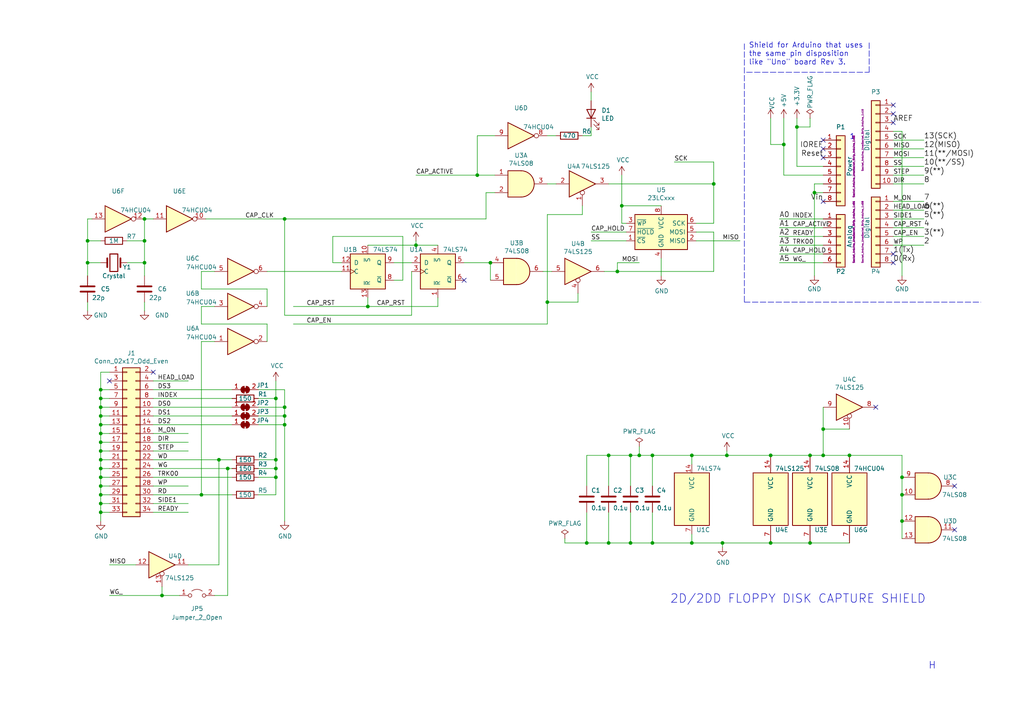
<source format=kicad_sch>
(kicad_sch (version 20211123) (generator eeschema)
  (paper "A4")
  (title_block (date "lun. 30 mars 2015"))
  (lib_symbols
    (symbol "74xx:74HC04"
      (property "Reference" "U" (at 0 1.27 0))
      (property "Value" "74HC04" (at 0 -1.27 0))
      (symbol "74HC04_1_0"
        (pin input line (at -7.62 0 0) (length 3.81) (name "~") (number "1"))
        (pin output inverted (at 7.62 0 180) (length 3.81) (name "~") (number "2"))
      )
      (symbol "74HC04_2_0"
        (pin input line (at -7.62 0 0) (length 3.81) (name "~") (number "3"))
        (pin output inverted (at 7.62 0 180) (length 3.81) (name "~") (number "4"))
      )
      (symbol "74HC04_3_0"
        (pin input line (at -7.62 0 0) (length 3.81) (name "~") (number "5"))
        (pin output inverted (at 7.62 0 180) (length 3.81) (name "~") (number "6"))
      )
      (symbol "74HC04_4_0"
        (pin output inverted (at 7.62 0 180) (length 3.81) (name "~") (number "8"))
        (pin input line (at -7.62 0 0) (length 3.81) (name "~") (number "9"))
      )
      (symbol "74HC04_5_0"
        (pin output inverted (at 7.62 0 180) (length 3.81) (name "~") (number "10"))
        (pin input line (at -7.62 0 0) (length 3.81) (name "~") (number "11"))
      )
      (symbol "74HC04_6_0"
        (pin output inverted (at 7.62 0 180) (length 3.81) (name "~") (number "12"))
        (pin input line (at -7.62 0 0) (length 3.81) (name "~") (number "13"))
      )
      (symbol "74HC04_7_0"
        (pin power_in line (at 0 12.7 270) (length 5.08) (name "VCC") (number "14"))
        (pin power_in line (at 0 -12.7 90) (length 5.08) (name "GND") (number "7"))
      )
    )
    (symbol "74xx:74LS08" (pin_names (offset 1.016))
      (property "Reference" "U" (at 0 1.27 0))
      (property "Value" "74LS08" (at 0 -1.27 0))
      (symbol "74LS08_1_1"
        (pin input line (at -7.62 2.54 0) (length 3.81) (name "~") (number "1"))
        (pin input line (at -7.62 -2.54 0) (length 3.81) (name "~") (number "2"))
        (pin output line (at 7.62 0 180) (length 3.81) (name "~") (number "3"))
      )
      (symbol "74LS08_1_2"
        (pin input inverted (at -7.62 2.54 0) (length 4.318) (name "~") (number "1"))
        (pin input inverted (at -7.62 -2.54 0) (length 4.318) (name "~") (number "2"))
        (pin output inverted (at 7.62 0 180) (length 3.81) (name "~") (number "3"))
      )
      (symbol "74LS08_2_1"
        (pin input line (at -7.62 2.54 0) (length 3.81) (name "~") (number "4"))
        (pin input line (at -7.62 -2.54 0) (length 3.81) (name "~") (number "5"))
        (pin output line (at 7.62 0 180) (length 3.81) (name "~") (number "6"))
      )
      (symbol "74LS08_2_2"
        (pin input inverted (at -7.62 2.54 0) (length 4.318) (name "~") (number "4"))
        (pin input inverted (at -7.62 -2.54 0) (length 4.318) (name "~") (number "5"))
        (pin output inverted (at 7.62 0 180) (length 3.81) (name "~") (number "6"))
      )
      (symbol "74LS08_3_1"
        (pin input line (at -7.62 -2.54 0) (length 3.81) (name "~") (number "10"))
        (pin output line (at 7.62 0 180) (length 3.81) (name "~") (number "8"))
        (pin input line (at -7.62 2.54 0) (length 3.81) (name "~") (number "9"))
      )
      (symbol "74LS08_3_2"
        (pin input inverted (at -7.62 -2.54 0) (length 4.318) (name "~") (number "10"))
        (pin output inverted (at 7.62 0 180) (length 3.81) (name "~") (number "8"))
        (pin input inverted (at -7.62 2.54 0) (length 4.318) (name "~") (number "9"))
      )
      (symbol "74LS08_4_1"
        (pin output line (at 7.62 0 180) (length 3.81) (name "~") (number "11"))
        (pin input line (at -7.62 2.54 0) (length 3.81) (name "~") (number "12"))
        (pin input line (at -7.62 -2.54 0) (length 3.81) (name "~") (number "13"))
      )
      (symbol "74LS08_4_2"
        (pin output inverted (at 7.62 0 180) (length 3.81) (name "~") (number "11"))
        (pin input inverted (at -7.62 2.54 0) (length 4.318) (name "~") (number "12"))
        (pin input inverted (at -7.62 -2.54 0) (length 4.318) (name "~") (number "13"))
      )
      (symbol "74LS08_5_0"
        (pin power_in line (at 0 12.7 270) (length 5.08) (name "VCC") (number "14"))
        (pin power_in line (at 0 -12.7 90) (length 5.08) (name "GND") (number "7"))
      )
    )
    (symbol "74xx:74LS125" (pin_names (offset 1.016))
      (property "Reference" "U" (at 0 1.27 0))
      (property "Value" "74LS125" (at 0 -1.27 0))
      (symbol "74LS125_1_0"
        (pin input inverted (at 0 -6.35 90) (length 4.445) (name "~") (number "1"))
        (pin input line (at -7.62 0 0) (length 3.81) (name "~") (number "2"))
        (pin tri_state line (at 7.62 0 180) (length 3.81) (name "~") (number "3"))
      )
      (symbol "74LS125_2_0"
        (pin input inverted (at 0 -6.35 90) (length 4.445) (name "~") (number "4"))
        (pin input line (at -7.62 0 0) (length 3.81) (name "~") (number "5"))
        (pin tri_state line (at 7.62 0 180) (length 3.81) (name "~") (number "6"))
      )
      (symbol "74LS125_3_0"
        (pin input inverted (at 0 -6.35 90) (length 4.445) (name "~") (number "10"))
        (pin tri_state line (at 7.62 0 180) (length 3.81) (name "~") (number "8"))
        (pin input line (at -7.62 0 0) (length 3.81) (name "~") (number "9"))
      )
      (symbol "74LS125_4_0"
        (pin tri_state line (at 7.62 0 180) (length 3.81) (name "~") (number "11"))
        (pin input line (at -7.62 0 0) (length 3.81) (name "~") (number "12"))
        (pin input inverted (at 0 -6.35 90) (length 4.445) (name "~") (number "13"))
      )
      (symbol "74LS125_5_0"
        (pin power_in line (at 0 12.7 270) (length 5.08) (name "VCC") (number "14"))
        (pin power_in line (at 0 -12.7 90) (length 5.08) (name "GND") (number "7"))
      )
    )
    (symbol "74xx:74LS74" (pin_names (offset 1.016))
      (property "Reference" "U" (at -7.62 8.89 0))
      (property "Value" "74LS74" (at -7.62 -8.89 0))
      (symbol "74LS74_1_0"
        (pin input line (at 0 -7.62 90) (length 2.54) (name "~{R}") (number "1"))
        (pin input line (at -7.62 2.54 0) (length 2.54) (name "D") (number "2"))
        (pin input clock (at -7.62 0 0) (length 2.54) (name "C") (number "3"))
        (pin input line (at 0 7.62 270) (length 2.54) (name "~{S}") (number "4"))
        (pin output line (at 7.62 2.54 180) (length 2.54) (name "Q") (number "5"))
        (pin output line (at 7.62 -2.54 180) (length 2.54) (name "~{Q}") (number "6"))
      )
      (symbol "74LS74_2_0"
        (pin input line (at 0 7.62 270) (length 2.54) (name "~{S}") (number "10"))
        (pin input clock (at -7.62 0 0) (length 2.54) (name "C") (number "11"))
        (pin input line (at -7.62 2.54 0) (length 2.54) (name "D") (number "12"))
        (pin input line (at 0 -7.62 90) (length 2.54) (name "~{R}") (number "13"))
        (pin output line (at 7.62 -2.54 180) (length 2.54) (name "~{Q}") (number "8"))
        (pin output line (at 7.62 2.54 180) (length 2.54) (name "Q") (number "9"))
      )
      (symbol "74LS74_3_0"
        (pin power_in line (at 0 10.16 270) (length 2.54) (name "VCC") (number "14"))
        (pin power_in line (at 0 -10.16 90) (length 2.54) (name "GND") (number "7"))
      )
    )
    (symbol "Connector_Generic:Conn_01x06" (pin_names (offset 1.016) hide)
      (property "Reference" "J" (at 0 7.62 0))
      (property "Value" "Conn_01x06" (at 0 -10.16 0))
      (symbol "Conn_01x06_1_1"
        (pin passive line (at -5.08 5.08 0) (length 3.81) (name "Pin_1") (number "1"))
        (pin passive line (at -5.08 2.54 0) (length 3.81) (name "Pin_2") (number "2"))
        (pin passive line (at -5.08 0 0) (length 3.81) (name "Pin_3") (number "3"))
        (pin passive line (at -5.08 -2.54 0) (length 3.81) (name "Pin_4") (number "4"))
        (pin passive line (at -5.08 -5.08 0) (length 3.81) (name "Pin_5") (number "5"))
        (pin passive line (at -5.08 -7.62 0) (length 3.81) (name "Pin_6") (number "6"))
      )
    )
    (symbol "Connector_Generic:Conn_01x08" (pin_names (offset 1.016) hide)
      (property "Reference" "J" (at 0 10.16 0))
      (property "Value" "Conn_01x08" (at 0 -12.7 0))
      (symbol "Conn_01x08_1_1"
        (pin passive line (at -5.08 7.62 0) (length 3.81) (name "Pin_1") (number "1"))
        (pin passive line (at -5.08 5.08 0) (length 3.81) (name "Pin_2") (number "2"))
        (pin passive line (at -5.08 2.54 0) (length 3.81) (name "Pin_3") (number "3"))
        (pin passive line (at -5.08 0 0) (length 3.81) (name "Pin_4") (number "4"))
        (pin passive line (at -5.08 -2.54 0) (length 3.81) (name "Pin_5") (number "5"))
        (pin passive line (at -5.08 -5.08 0) (length 3.81) (name "Pin_6") (number "6"))
        (pin passive line (at -5.08 -7.62 0) (length 3.81) (name "Pin_7") (number "7"))
        (pin passive line (at -5.08 -10.16 0) (length 3.81) (name "Pin_8") (number "8"))
      )
    )
    (symbol "Connector_Generic:Conn_01x10" (pin_names (offset 1.016) hide)
      (property "Reference" "J" (at 0 12.7 0))
      (property "Value" "Conn_01x10" (at 0 -15.24 0))
      (symbol "Conn_01x10_1_1"
        (pin passive line (at -5.08 10.16 0) (length 3.81) (name "Pin_1") (number "1"))
        (pin passive line (at -5.08 -12.7 0) (length 3.81) (name "Pin_10") (number "10"))
        (pin passive line (at -5.08 7.62 0) (length 3.81) (name "Pin_2") (number "2"))
        (pin passive line (at -5.08 5.08 0) (length 3.81) (name "Pin_3") (number "3"))
        (pin passive line (at -5.08 2.54 0) (length 3.81) (name "Pin_4") (number "4"))
        (pin passive line (at -5.08 0 0) (length 3.81) (name "Pin_5") (number "5"))
        (pin passive line (at -5.08 -2.54 0) (length 3.81) (name "Pin_6") (number "6"))
        (pin passive line (at -5.08 -5.08 0) (length 3.81) (name "Pin_7") (number "7"))
        (pin passive line (at -5.08 -7.62 0) (length 3.81) (name "Pin_8") (number "8"))
        (pin passive line (at -5.08 -10.16 0) (length 3.81) (name "Pin_9") (number "9"))
      )
    )
    (symbol "Connector_Generic:Conn_02x17_Odd_Even" (pin_names (offset 1.016) hide)
      (property "Reference" "J" (at 1.27 22.86 0))
      (property "Value" "Conn_02x17_Odd_Even" (at 1.27 -22.86 0))
      (symbol "Conn_02x17_Odd_Even_1_1"
        (pin passive line (at -5.08 20.32 0) (length 3.81) (name "Pin_1") (number "1"))
        (pin passive line (at 7.62 10.16 180) (length 3.81) (name "Pin_10") (number "10"))
        (pin passive line (at -5.08 7.62 0) (length 3.81) (name "Pin_11") (number "11"))
        (pin passive line (at 7.62 7.62 180) (length 3.81) (name "Pin_12") (number "12"))
        (pin passive line (at -5.08 5.08 0) (length 3.81) (name "Pin_13") (number "13"))
        (pin passive line (at 7.62 5.08 180) (length 3.81) (name "Pin_14") (number "14"))
        (pin passive line (at -5.08 2.54 0) (length 3.81) (name "Pin_15") (number "15"))
        (pin passive line (at 7.62 2.54 180) (length 3.81) (name "Pin_16") (number "16"))
        (pin passive line (at -5.08 0 0) (length 3.81) (name "Pin_17") (number "17"))
        (pin passive line (at 7.62 0 180) (length 3.81) (name "Pin_18") (number "18"))
        (pin passive line (at -5.08 -2.54 0) (length 3.81) (name "Pin_19") (number "19"))
        (pin passive line (at 7.62 20.32 180) (length 3.81) (name "Pin_2") (number "2"))
        (pin passive line (at 7.62 -2.54 180) (length 3.81) (name "Pin_20") (number "20"))
        (pin passive line (at -5.08 -5.08 0) (length 3.81) (name "Pin_21") (number "21"))
        (pin passive line (at 7.62 -5.08 180) (length 3.81) (name "Pin_22") (number "22"))
        (pin passive line (at -5.08 -7.62 0) (length 3.81) (name "Pin_23") (number "23"))
        (pin passive line (at 7.62 -7.62 180) (length 3.81) (name "Pin_24") (number "24"))
        (pin passive line (at -5.08 -10.16 0) (length 3.81) (name "Pin_25") (number "25"))
        (pin passive line (at 7.62 -10.16 180) (length 3.81) (name "Pin_26") (number "26"))
        (pin passive line (at -5.08 -12.7 0) (length 3.81) (name "Pin_27") (number "27"))
        (pin passive line (at 7.62 -12.7 180) (length 3.81) (name "Pin_28") (number "28"))
        (pin passive line (at -5.08 -15.24 0) (length 3.81) (name "Pin_29") (number "29"))
        (pin passive line (at -5.08 17.78 0) (length 3.81) (name "Pin_3") (number "3"))
        (pin passive line (at 7.62 -15.24 180) (length 3.81) (name "Pin_30") (number "30"))
        (pin passive line (at -5.08 -17.78 0) (length 3.81) (name "Pin_31") (number "31"))
        (pin passive line (at 7.62 -17.78 180) (length 3.81) (name "Pin_32") (number "32"))
        (pin passive line (at -5.08 -20.32 0) (length 3.81) (name "Pin_33") (number "33"))
        (pin passive line (at 7.62 -20.32 180) (length 3.81) (name "Pin_34") (number "34"))
        (pin passive line (at 7.62 17.78 180) (length 3.81) (name "Pin_4") (number "4"))
        (pin passive line (at -5.08 15.24 0) (length 3.81) (name "Pin_5") (number "5"))
        (pin passive line (at 7.62 15.24 180) (length 3.81) (name "Pin_6") (number "6"))
        (pin passive line (at -5.08 12.7 0) (length 3.81) (name "Pin_7") (number "7"))
        (pin passive line (at 7.62 12.7 180) (length 3.81) (name "Pin_8") (number "8"))
        (pin passive line (at -5.08 10.16 0) (length 3.81) (name "Pin_9") (number "9"))
      )
    )
    (symbol "Device:C" (pin_numbers hide) (pin_names (offset 0.254))
      (property "Reference" "C" (at 0.635 2.54 0))
      (property "Value" "C" (at 0.635 -2.54 0))
      (symbol "C_1_1"
        (pin passive line (at 0 3.81 270) (length 2.794) (name "~") (number "1"))
        (pin passive line (at 0 -3.81 90) (length 2.794) (name "~") (number "2"))
      )
    )
    (symbol "Device:Crystal" (pin_numbers hide) (pin_names (offset 1.016) hide)
      (property "Reference" "Y" (at 0 3.81 0))
      (property "Value" "Crystal" (at 0 -3.81 0))
      (symbol "Crystal_1_1"
        (pin passive line (at -3.81 0 0) (length 1.27) (name "1") (number "1"))
        (pin passive line (at 3.81 0 180) (length 1.27) (name "2") (number "2"))
      )
    )
    (symbol "Device:LED" (pin_numbers hide) (pin_names (offset 1.016) hide)
      (property "Reference" "D" (at 0 2.54 0))
      (property "Value" "LED" (at 0 -2.54 0))
      (symbol "LED_1_1"
        (pin passive line (at -3.81 0 0) (length 2.54) (name "K") (number "1"))
        (pin passive line (at 3.81 0 180) (length 2.54) (name "A") (number "2"))
      )
    )
    (symbol "Device:R" (pin_numbers hide) (pin_names (offset 0))
      (property "Reference" "R" (at 2.032 0 90))
      (property "Value" "R" (at 0 0 90))
      (symbol "R_1_1"
        (pin passive line (at 0 3.81 270) (length 1.27) (name "~") (number "1"))
        (pin passive line (at 0 -3.81 90) (length 1.27) (name "~") (number "2"))
      )
    )
    (symbol "Jumper:Jumper_2_Open" (pin_names (offset 0) hide)
      (property "Reference" "JP" (at 0 2.794 0))
      (property "Value" "Jumper_2_Open" (at 0 -2.286 0))
      (symbol "Jumper_2_Open_1_1"
        (pin passive line (at -5.08 0 0) (length 2.54) (name "A") (number "1"))
        (pin passive line (at 5.08 0 180) (length 2.54) (name "B") (number "2"))
      )
    )
    (symbol "Jumper:SolderJumper_2_Bridged" (pin_names (offset 0) hide)
      (property "Reference" "JP" (at 0 2.032 0))
      (property "Value" "SolderJumper_2_Bridged" (at 0 -2.54 0))
      (symbol "SolderJumper_2_Bridged_1_1"
        (pin passive line (at -3.81 0 0) (length 2.54) (name "A") (number "1"))
        (pin passive line (at 3.81 0 180) (length 2.54) (name "B") (number "2"))
      )
    )
    (symbol "fdshield:23LCxxx"
      (property "Reference" "U" (at -7.62 6.35 0))
      (property "Value" "23LCxxx" (at 2.54 -6.35 0))
      (symbol "23LCxxx_1_1"
        (pin input line (at -10.16 -2.54 0) (length 2.54) (name "~{CS}") (number "1"))
        (pin tri_state line (at 10.16 -2.54 180) (length 2.54) (name "MISO") (number "2"))
        (pin input line (at -10.16 2.54 0) (length 2.54) (name "~{WP}") (number "3"))
        (pin power_in line (at 0 -7.62 90) (length 2.54) (name "GND") (number "4"))
        (pin input line (at 10.16 0 180) (length 2.54) (name "MOSI") (number "5"))
        (pin input line (at 10.16 2.54 180) (length 2.54) (name "SCK") (number "6"))
        (pin input line (at -10.16 0 0) (length 2.54) (name "~{HOLD}") (number "7"))
        (pin power_in line (at 0 7.62 270) (length 2.54) (name "VCC") (number "8"))
      )
    )
    (symbol "power:+3.3V" (power) (pin_names (offset 0))
      (property "Value" "+3.3V" (at 0 3.556 0))
      (symbol "+3.3V_1_1"
        (pin power_in line (at 0 0 90) (length 0) hide (name "+3.3V") (number "1"))
      )
    )
    (symbol "power:+5V" (power) (pin_names (offset 0))
      (property "Value" "+5V" (at 0 3.556 0))
      (symbol "+5V_1_1"
        (pin power_in line (at 0 0 90) (length 0) hide (name "+5V") (number "1"))
      )
    )
    (symbol "power:GND" (power) (pin_names (offset 0))
      (property "Value" "GND" (at 0 -3.81 0))
      (symbol "GND_1_1"
        (pin power_in line (at 0 0 270) (length 0) hide (name "GND") (number "1"))
      )
    )
    (symbol "power:PWR_FLAG" (power) (pin_numbers hide) (pin_names (offset 0) hide)
      (property "Value" "PWR_FLAG" (at 0 3.81 0))
      (symbol "PWR_FLAG_0_0"
        (pin power_out line (at 0 0 90) (length 0) (name "pwr") (number "1"))
      )
    )
    (symbol "power:VCC" (power) (pin_names (offset 0))
      (property "Value" "VCC" (at 0 3.81 0))
      (symbol "VCC_1_1"
        (pin power_in line (at 0 0 90) (length 0) hide (name "VCC") (number "1"))
      )
    )
  )
  (junction (at 58.42 143.51))
  (junction (at 82.55 120.65))
  (junction (at 25.4 69.85))
  (junction (at 41.91 76.2))
  (junction (at 29.21 148.59))
  (junction (at 182.88 157.48))
  (junction (at 238.76 132.08))
  (junction (at 179.07 78.74))
  (junction (at 142.24 76.2))
  (junction (at 207.01 53.34))
  (junction (at 29.21 118.11))
  (junction (at 158.75 87.63))
  (junction (at 29.21 138.43))
  (junction (at 236.22 55.88))
  (junction (at 82.55 118.11))
  (junction (at 29.21 140.97))
  (junction (at 29.21 128.27))
  (junction (at 29.21 135.89))
  (junction (at 63.5 133.35))
  (junction (at 182.88 132.08))
  (junction (at 29.21 120.65))
  (junction (at 80.01 138.43))
  (junction (at 66.04 135.89))
  (junction (at 180.34 59.69))
  (junction (at 200.66 132.08))
  (junction (at 189.23 132.08))
  (junction (at 209.55 157.48))
  (junction (at 80.01 135.89))
  (junction (at 223.52 132.08))
  (junction (at 80.01 133.35))
  (junction (at 29.21 143.51))
  (junction (at 176.53 157.48))
  (junction (at 238.76 124.46))
  (junction (at 25.4 76.2))
  (junction (at 185.42 132.08))
  (junction (at 176.53 132.08))
  (junction (at 261.62 138.43))
  (junction (at 234.95 157.48))
  (junction (at 231.14 36.83))
  (junction (at 29.21 113.03))
  (junction (at 227.33 41.91))
  (junction (at 261.62 143.51))
  (junction (at 200.66 157.48))
  (junction (at 41.91 69.85))
  (junction (at 170.18 157.48))
  (junction (at 138.43 50.8))
  (junction (at 189.23 157.48))
  (junction (at 82.55 123.19))
  (junction (at 223.52 157.48))
  (junction (at 29.21 133.35))
  (junction (at 261.62 151.13))
  (junction (at 210.82 132.08))
  (junction (at 46.99 172.72))
  (junction (at 29.21 130.81))
  (junction (at 106.68 88.9))
  (junction (at 82.55 63.5))
  (junction (at 120.65 71.12))
  (junction (at 234.95 132.08))
  (junction (at 80.01 115.57))
  (junction (at 246.38 132.08))
  (junction (at 29.21 146.05))
  (junction (at 29.21 123.19))
  (junction (at 29.21 125.73))
  (junction (at 41.91 63.5))
  (junction (at 29.21 115.57))
  (no_connect (at 134.62 81.28))
  (no_connect (at 238.76 45.72))
  (no_connect (at 276.86 140.97))
  (no_connect (at 238.76 43.18))
  (no_connect (at 259.08 30.48))
  (no_connect (at 31.75 110.49))
  (no_connect (at 254 118.11))
  (no_connect (at 259.08 73.66))
  (no_connect (at 276.86 153.67))
  (no_connect (at 259.08 35.56))
  (no_connect (at 259.08 33.02))
  (no_connect (at 259.08 76.2))
  (no_connect (at 44.45 107.95))
  (no_connect (at 238.76 40.64))
  (no_connect (at 238.76 58.42))
  (wire (pts (xy 234.95 36.83) (xy 231.14 36.83)))
  (wire (pts (xy 58.42 93.98) (xy 58.42 88.9)))
  (wire (pts (xy 200.66 157.48) (xy 189.23 157.48)))
  (wire (pts (xy 44.45 146.05) (xy 54.61 146.05)))
  (wire (pts (xy 171.45 36.83) (xy 171.45 39.37)))
  (wire (pts (xy 191.77 59.69) (xy 180.34 59.69)))
  (wire (pts (xy 259.08 45.72) (xy 267.97 45.72)))
  (wire (pts (xy 41.91 76.2) (xy 41.91 80.01)))
  (wire (pts (xy 223.52 34.29) (xy 223.52 41.91)))
  (wire (pts (xy 259.08 66.04) (xy 267.97 66.04)))
  (wire (pts (xy 77.47 93.98) (xy 77.47 99.06)))
  (wire (pts (xy 82.55 120.65) (xy 82.55 123.19)))
  (wire (pts (xy 44.45 138.43) (xy 67.31 138.43)))
  (wire (pts (xy 29.21 140.97) (xy 29.21 143.51)))
  (wire (pts (xy 168.91 62.23) (xy 158.75 62.23)))
  (wire (pts (xy 29.21 120.65) (xy 31.75 120.65)))
  (wire (pts (xy 74.93 138.43) (xy 80.01 138.43)))
  (wire (pts (xy 223.52 41.91) (xy 227.33 41.91)))
  (wire (pts (xy 223.52 132.08) (xy 234.95 132.08)))
  (wire (pts (xy 80.01 110.49) (xy 80.01 115.57)))
  (wire (pts (xy 200.66 157.48) (xy 200.66 154.94)))
  (wire (pts (xy 201.93 64.77) (xy 207.01 64.77)))
  (wire (pts (xy 120.65 50.8) (xy 138.43 50.8)))
  (wire (pts (xy 210.82 132.08) (xy 223.52 132.08)))
  (wire (pts (xy 261.62 38.1) (xy 261.62 80.01)))
  (wire (pts (xy 85.09 88.9) (xy 106.68 88.9)))
  (wire (pts (xy 259.08 50.8) (xy 267.97 50.8)))
  (wire (pts (xy 106.68 86.36) (xy 106.68 88.9)))
  (wire (pts (xy 119.38 78.74) (xy 119.38 91.44)))
  (wire (pts (xy 29.21 135.89) (xy 31.75 135.89)))
  (wire (pts (xy 116.84 81.28) (xy 116.84 68.58)))
  (wire (pts (xy 259.08 43.18) (xy 267.97 43.18)))
  (wire (pts (xy 207.01 78.74) (xy 179.07 78.74)))
  (wire (pts (xy 170.18 132.08) (xy 176.53 132.08)))
  (wire (pts (xy 259.08 38.1) (xy 261.62 38.1)))
  (wire (pts (xy 59.69 63.5) (xy 82.55 63.5)))
  (wire (pts (xy 82.55 63.5) (xy 140.97 63.5)))
  (wire (pts (xy 238.76 76.2) (xy 226.06 76.2)))
  (wire (pts (xy 29.21 148.59) (xy 29.21 151.13)))
  (wire (pts (xy 261.62 156.21) (xy 261.62 151.13)))
  (wire (pts (xy 238.76 63.5) (xy 226.06 63.5)))
  (wire (pts (xy 54.61 163.83) (xy 63.5 163.83)))
  (wire (pts (xy 238.76 48.26) (xy 231.14 48.26)))
  (wire (pts (xy 106.68 71.12) (xy 120.65 71.12)))
  (wire (pts (xy 171.45 67.31) (xy 181.61 67.31)))
  (wire (pts (xy 44.45 140.97) (xy 54.61 140.97)))
  (wire (pts (xy 259.08 68.58) (xy 267.97 68.58)))
  (wire (pts (xy 238.76 73.66) (xy 226.06 73.66)))
  (wire (pts (xy 182.88 157.48) (xy 176.53 157.48)))
  (wire (pts (xy 120.65 71.12) (xy 127 71.12)))
  (wire (pts (xy 29.21 146.05) (xy 29.21 148.59)))
  (wire (pts (xy 234.95 157.48) (xy 223.52 157.48)))
  (wire (pts (xy 182.88 132.08) (xy 182.88 140.97)))
  (wire (pts (xy 138.43 39.37) (xy 143.51 39.37)))
  (wire (pts (xy 185.42 129.54) (xy 185.42 132.08)))
  (wire (pts (xy 80.01 115.57) (xy 80.01 133.35)))
  (wire (pts (xy 31.75 123.19) (xy 29.21 123.19)))
  (wire (pts (xy 189.23 148.59) (xy 189.23 157.48)))
  (wire (pts (xy 31.75 118.11) (xy 29.21 118.11)))
  (wire (pts (xy 210.82 130.81) (xy 210.82 132.08)))
  (wire (pts (xy 231.14 36.83) (xy 231.14 34.29)))
  (wire (pts (xy 29.21 107.95) (xy 29.21 113.03)))
  (wire (pts (xy 168.91 59.69) (xy 168.91 62.23)))
  (wire (pts (xy 238.76 50.8) (xy 227.33 50.8)))
  (wire (pts (xy 142.24 81.28) (xy 142.24 76.2)))
  (wire (pts (xy 207.01 53.34) (xy 207.01 46.99)))
  (wire (pts (xy 74.93 135.89) (xy 80.01 135.89)))
  (wire (pts (xy 82.55 91.44) (xy 119.38 91.44)))
  (wire (pts (xy 238.76 118.11) (xy 238.76 124.46)))
  (wire (pts (xy 58.42 143.51) (xy 44.45 143.51)))
  (wire (pts (xy 25.4 69.85) (xy 25.4 63.5)))
  (wire (pts (xy 227.33 41.91) (xy 227.33 34.29)))
  (wire (pts (xy 74.93 115.57) (xy 80.01 115.57)))
  (wire (pts (xy 77.47 78.74) (xy 99.06 78.74)))
  (wire (pts (xy 29.21 115.57) (xy 31.75 115.57)))
  (wire (pts (xy 96.52 68.58) (xy 96.52 76.2)))
  (wire (pts (xy 238.76 124.46) (xy 238.76 132.08)))
  (wire (pts (xy 58.42 143.51) (xy 67.31 143.51)))
  (wire (pts (xy 82.55 113.03) (xy 82.55 118.11)))
  (wire (pts (xy 44.45 118.11) (xy 67.31 118.11)))
  (wire (pts (xy 58.42 78.74) (xy 62.23 78.74)))
  (wire (pts (xy 259.08 53.34) (xy 267.97 53.34)))
  (wire (pts (xy 29.21 138.43) (xy 29.21 140.97)))
  (wire (pts (xy 158.75 87.63) (xy 158.75 93.98)))
  (wire (pts (xy 189.23 132.08) (xy 200.66 132.08)))
  (wire (pts (xy 63.5 163.83) (xy 63.5 133.35)))
  (wire (pts (xy 134.62 76.2) (xy 142.24 76.2)))
  (wire (pts (xy 77.47 83.82) (xy 58.42 83.82)))
  (wire (pts (xy 158.75 62.23) (xy 158.75 87.63)))
  (wire (pts (xy 29.21 130.81) (xy 29.21 133.35)))
  (wire (pts (xy 44.45 133.35) (xy 63.5 133.35)))
  (wire (pts (xy 179.07 78.74) (xy 175.26 78.74)))
  (wire (pts (xy 176.53 140.97) (xy 176.53 132.08)))
  (wire (pts (xy 29.21 120.65) (xy 29.21 123.19)))
  (wire (pts (xy 238.76 68.58) (xy 226.06 68.58)))
  (wire (pts (xy 170.18 132.08) (xy 170.18 140.97)))
  (wire (pts (xy 120.65 69.85) (xy 120.65 71.12)))
  (wire (pts (xy 185.42 132.08) (xy 189.23 132.08)))
  (wire (pts (xy 29.21 125.73) (xy 29.21 128.27)))
  (wire (pts (xy 41.91 90.17) (xy 41.91 87.63)))
  (wire (pts (xy 238.76 55.88) (xy 236.22 55.88)))
  (wire (pts (xy 261.62 132.08) (xy 261.62 138.43)))
  (wire (pts (xy 80.01 143.51) (xy 80.01 138.43)))
  (wire (pts (xy 234.95 132.08) (xy 238.76 132.08)))
  (polyline (pts (xy 216.535 20.955) (xy 252.095 20.955)))
  (wire (pts (xy 44.45 110.49) (xy 54.61 110.49)))
  (wire (pts (xy 114.3 76.2) (xy 119.38 76.2)))
  (polyline (pts (xy 215.9 87.63) (xy 284.48 87.63)))
  (wire (pts (xy 201.93 67.31) (xy 207.01 67.31)))
  (wire (pts (xy 46.99 170.18) (xy 46.99 172.72)))
  (wire (pts (xy 170.18 157.48) (xy 170.18 148.59)))
  (wire (pts (xy 31.75 128.27) (xy 29.21 128.27)))
  (wire (pts (xy 176.53 157.48) (xy 170.18 157.48)))
  (wire (pts (xy 44.45 120.65) (xy 67.31 120.65)))
  (wire (pts (xy 31.75 107.95) (xy 29.21 107.95)))
  (wire (pts (xy 29.21 143.51) (xy 29.21 146.05)))
  (wire (pts (xy 189.23 157.48) (xy 182.88 157.48)))
  (wire (pts (xy 44.45 123.19) (xy 67.31 123.19)))
  (wire (pts (xy 25.4 80.01) (xy 25.4 76.2)))
  (wire (pts (xy 25.4 76.2) (xy 25.4 69.85)))
  (wire (pts (xy 116.84 68.58) (xy 96.52 68.58)))
  (wire (pts (xy 31.75 133.35) (xy 29.21 133.35)))
  (wire (pts (xy 138.43 50.8) (xy 143.51 50.8)))
  (wire (pts (xy 231.14 48.26) (xy 231.14 36.83)))
  (wire (pts (xy 80.01 135.89) (xy 80.01 133.35)))
  (wire (pts (xy 238.76 53.34) (xy 236.22 53.34)))
  (wire (pts (xy 29.21 130.81) (xy 31.75 130.81)))
  (wire (pts (xy 161.29 39.37) (xy 158.75 39.37)))
  (wire (pts (xy 44.45 148.59) (xy 54.61 148.59)))
  (wire (pts (xy 259.08 48.26) (xy 267.97 48.26)))
  (wire (pts (xy 29.21 133.35) (xy 29.21 135.89)))
  (wire (pts (xy 29.21 76.2) (xy 25.4 76.2)))
  (wire (pts (xy 80.01 138.43) (xy 80.01 135.89)))
  (wire (pts (xy 209.55 158.75) (xy 209.55 157.48)))
  (wire (pts (xy 29.21 118.11) (xy 29.21 120.65)))
  (wire (pts (xy 44.45 128.27) (xy 54.61 128.27)))
  (wire (pts (xy 82.55 118.11) (xy 82.55 120.65)))
  (wire (pts (xy 259.08 71.12) (xy 267.97 71.12)))
  (wire (pts (xy 66.04 135.89) (xy 67.31 135.89)))
  (wire (pts (xy 176.53 148.59) (xy 176.53 157.48)))
  (wire (pts (xy 180.34 50.8) (xy 180.34 59.69)))
  (wire (pts (xy 66.04 135.89) (xy 44.45 135.89)))
  (wire (pts (xy 140.97 55.88) (xy 143.51 55.88)))
  (wire (pts (xy 171.45 39.37) (xy 168.91 39.37)))
  (wire (pts (xy 44.45 113.03) (xy 67.31 113.03)))
  (wire (pts (xy 31.75 172.72) (xy 46.99 172.72)))
  (wire (pts (xy 259.08 63.5) (xy 267.97 63.5)))
  (wire (pts (xy 29.21 115.57) (xy 29.21 118.11)))
  (wire (pts (xy 207.01 53.34) (xy 176.53 53.34)))
  (wire (pts (xy 44.45 115.57) (xy 67.31 115.57)))
  (wire (pts (xy 259.08 40.64) (xy 267.97 40.64)))
  (wire (pts (xy 74.93 113.03) (xy 82.55 113.03)))
  (wire (pts (xy 181.61 64.77) (xy 180.34 64.77)))
  (wire (pts (xy 63.5 133.35) (xy 67.31 133.35)))
  (wire (pts (xy 207.01 46.99) (xy 195.58 46.99)))
  (wire (pts (xy 189.23 140.97) (xy 189.23 132.08)))
  (wire (pts (xy 227.33 50.8) (xy 227.33 41.91)))
  (wire (pts (xy 182.88 148.59) (xy 182.88 157.48)))
  (wire (pts (xy 157.48 78.74) (xy 160.02 78.74)))
  (wire (pts (xy 163.83 157.48) (xy 170.18 157.48)))
  (wire (pts (xy 74.93 133.35) (xy 80.01 133.35)))
  (wire (pts (xy 167.64 87.63) (xy 158.75 87.63)))
  (wire (pts (xy 85.09 93.98) (xy 158.75 93.98)))
  (wire (pts (xy 209.55 157.48) (xy 223.52 157.48)))
  (wire (pts (xy 114.3 81.28) (xy 116.84 81.28)))
  (wire (pts (xy 234.95 34.29) (xy 234.95 36.83)))
  (wire (pts (xy 29.21 123.19) (xy 29.21 125.73)))
  (wire (pts (xy 171.45 26.67) (xy 171.45 29.21)))
  (wire (pts (xy 29.21 140.97) (xy 31.75 140.97)))
  (wire (pts (xy 171.45 69.85) (xy 181.61 69.85)))
  (wire (pts (xy 77.47 93.98) (xy 58.42 93.98)))
  (wire (pts (xy 74.93 120.65) (xy 82.55 120.65)))
  (wire (pts (xy 58.42 88.9) (xy 62.23 88.9)))
  (wire (pts (xy 74.93 123.19) (xy 82.55 123.19)))
  (wire (pts (xy 176.53 132.08) (xy 182.88 132.08)))
  (wire (pts (xy 41.91 69.85) (xy 41.91 76.2)))
  (wire (pts (xy 41.91 63.5) (xy 41.91 69.85)))
  (wire (pts (xy 163.83 156.21) (xy 163.83 157.48)))
  (wire (pts (xy 179.07 78.74) (xy 179.07 76.2)))
  (wire (pts (xy 179.07 76.2) (xy 185.42 76.2)))
  (wire (pts (xy 167.64 85.09) (xy 167.64 87.63)))
  (wire (pts (xy 29.21 125.73) (xy 31.75 125.73)))
  (wire (pts (xy 182.88 132.08) (xy 185.42 132.08)))
  (wire (pts (xy 246.38 132.08) (xy 261.62 132.08)))
  (wire (pts (xy 238.76 132.08) (xy 246.38 132.08)))
  (wire (pts (xy 41.91 63.5) (xy 44.45 63.5)))
  (wire (pts (xy 209.55 157.48) (xy 200.66 157.48)))
  (wire (pts (xy 207.01 64.77) (xy 207.01 53.34)))
  (wire (pts (xy 106.68 88.9) (xy 127 88.9)))
  (wire (pts (xy 82.55 63.5) (xy 82.55 91.44)))
  (wire (pts (xy 140.97 63.5) (xy 140.97 55.88)))
  (wire (pts (xy 138.43 50.8) (xy 138.43 39.37)))
  (wire (pts (xy 259.08 60.96) (xy 267.97 60.96)))
  (wire (pts (xy 200.66 132.08) (xy 210.82 132.08)))
  (wire (pts (xy 62.23 99.06) (xy 58.42 99.06)))
  (wire (pts (xy 191.77 74.93) (xy 191.77 80.01)))
  (wire (pts (xy 25.4 69.85) (xy 29.21 69.85)))
  (wire (pts (xy 201.93 69.85) (xy 214.63 69.85)))
  (wire (pts (xy 158.75 53.34) (xy 161.29 53.34)))
  (wire (pts (xy 41.91 69.85) (xy 36.83 69.85)))
  (wire (pts (xy 36.83 76.2) (xy 41.91 76.2)))
  (wire (pts (xy 29.21 135.89) (xy 29.21 138.43)))
  (wire (pts (xy 31.75 113.03) (xy 29.21 113.03)))
  (wire (pts (xy 236.22 53.34) (xy 236.22 55.88)))
  (wire (pts (xy 127 86.36) (xy 127 88.9)))
  (wire (pts (xy 238.76 66.04) (xy 226.06 66.04)))
  (wire (pts (xy 58.42 143.51) (xy 58.42 99.06)))
  (wire (pts (xy 200.66 132.08) (xy 200.66 134.62)))
  (wire (pts (xy 29.21 113.03) (xy 29.21 115.57)))
  (wire (pts (xy 259.08 58.42) (xy 267.97 58.42)))
  (wire (pts (xy 234.95 157.48) (xy 246.38 157.48)))
  (wire (pts (xy 25.4 87.63) (xy 25.4 90.17)))
  (polyline (pts (xy 252.095 20.955) (xy 252.095 12.065)))
  (wire (pts (xy 31.75 148.59) (xy 29.21 148.59)))
  (wire (pts (xy 261.62 138.43) (xy 261.62 143.51)))
  (wire (pts (xy 238.76 71.12) (xy 226.06 71.12)))
  (wire (pts (xy 31.75 138.43) (xy 29.21 138.43)))
  (wire (pts (xy 29.21 146.05) (xy 31.75 146.05)))
  (wire (pts (xy 31.75 143.51) (xy 29.21 143.51)))
  (wire (pts (xy 25.4 63.5) (xy 26.67 63.5)))
  (wire (pts (xy 96.52 76.2) (xy 99.06 76.2)))
  (wire (pts (xy 77.47 83.82) (xy 77.47 88.9)))
  (wire (pts (xy 74.93 143.51) (xy 80.01 143.51)))
  (wire (pts (xy 236.22 55.88) (xy 236.22 80.01)))
  (wire (pts (xy 180.34 59.69) (xy 180.34 64.77)))
  (wire (pts (xy 246.38 124.46) (xy 238.76 124.46)))
  (wire (pts (xy 44.45 130.81) (xy 54.61 130.81)))
  (wire (pts (xy 207.01 67.31) (xy 207.01 78.74)))
  (wire (pts (xy 82.55 123.19) (xy 82.55 151.13)))
  (wire (pts (xy 261.62 143.51) (xy 261.62 151.13)))
  (wire (pts (xy 74.93 118.11) (xy 82.55 118.11)))
  (wire (pts (xy 46.99 172.72) (xy 52.07 172.72)))
  (wire (pts (xy 58.42 83.82) (xy 58.42 78.74)))
  (polyline (pts (xy 215.9 12.7) (xy 215.9 87.63)))
  (wire (pts (xy 44.45 125.73) (xy 54.61 125.73)))
  (wire (pts (xy 29.21 128.27) (xy 29.21 130.81)))
  (wire (pts (xy 62.23 172.72) (xy 66.04 172.72)))
  (wire (pts (xy 66.04 172.72) (xy 66.04 135.89)))
  (wire (pts (xy 31.75 163.83) (xy 39.37 163.83)))
  (text "H" (at 269.24 194.31 0) (effects (font (size 2.0066 2.0066)) (justify left bottom)))
  (text "1" (at 246.38 40.64 0) (effects (font (size 1.524 1.524)) (justify left bottom)))
  (text "Shield for Arduino that uses\nthe same pin disposition\nlike \"Uno\" board Rev 3." (at 217.17 19.05 0) (effects (font (size 1.524 1.524)) (justify left bottom)))
  (text "2D/2DD FLOPPY DISK CAPTURE SHIELD" (at 194.31 175.26 0) (effects (font (size 2.4892 2.4892)) (justify left bottom)))
  (label "DIR" (at 45.72 128.27 0))
  (label "DS2" (at 45.72 123.19 0))
  (label "A3" (at 226.06 71.12 0) (effects (font (size 1.524 1.524))))
  (label "CAP_HOLD" (at 171.45 67.31 0))
  (label "A2" (at 226.06 68.58 0) (effects (font (size 1.524 1.524))))
  (label "WG" (at 45.72 135.89 0))
  (label "WP" (at 45.72 140.97 0))
  (label "MISO" (at 31.75 163.83 0))
  (label "STEP" (at 259.08 50.8 0))
  (label "10(**/SS)" (at 267.97 48.26 0) (effects (font (size 1.524 1.524))))
  (label "A4" (at 226.06 73.66 0) (effects (font (size 1.524 1.524))))
  (label "DS3" (at 45.72 113.03 0))
  (label "13(SCK)" (at 267.97 40.64 0) (effects (font (size 1.524 1.524))))
  (label "CAP_EN" (at 88.9 93.98 0))
  (label "HEAD_LOAD" (at 45.72 110.49 0))
  (label "INDEX" (at 229.87 63.5 0))
  (label "READY" (at 229.87 68.58 0))
  (label "12(MISO)" (at 267.97 43.18 0) (effects (font (size 1.524 1.524))))
  (label "CAP_EN" (at 259.08 68.58 0))
  (label "MISO" (at 209.55 69.85 0))
  (label "RD" (at 45.72 143.51 0))
  (label "TRK00" (at 45.72 138.43 0))
  (label "TRK00" (at 229.87 71.12 0))
  (label "SS" (at 171.45 69.85 0))
  (label "MOSI" (at 259.08 45.72 0))
  (label "CAP_HOLD" (at 229.87 73.66 0))
  (label "7" (at 267.97 58.42 0) (effects (font (size 1.524 1.524))))
  (label "A0" (at 226.06 63.5 0) (effects (font (size 1.524 1.524))))
  (label "CAP_RST" (at 88.9 88.9 0))
  (label "5(**)" (at 267.97 63.5 0) (effects (font (size 1.524 1.524))))
  (label "CAP_CLK" (at 71.12 63.5 0))
  (label "8" (at 267.97 53.34 0) (effects (font (size 1.524 1.524))))
  (label "Vin" (at 238.76 58.42 180) (effects (font (size 1.524 1.524))))
  (label "HEAD_LOAD" (at 259.08 60.96 0))
  (label "MOSI" (at 180.34 76.2 0))
  (label "CAP_ACTIVE" (at 120.65 50.8 0))
  (label "CAP_RST" (at 109.22 88.9 0))
  (label "SS" (at 259.08 48.26 0))
  (label "1(Tx)" (at 259.08 73.66 0) (effects (font (size 1.524 1.524))))
  (label "11(**/MOSI)" (at 267.97 45.72 0) (effects (font (size 1.524 1.524))))
  (label "CAP_RST" (at 259.08 66.04 0))
  (label "STEP" (at 45.72 130.81 0))
  (label "WD" (at 45.72 133.35 0))
  (label "Reset" (at 238.76 45.72 180) (effects (font (size 1.524 1.524))))
  (label "IOREF" (at 238.76 43.18 180) (effects (font (size 1.524 1.524))))
  (label "SIDE1" (at 45.72 146.05 0))
  (label "INDEX" (at 45.72 115.57 0))
  (label "DS0" (at 45.72 118.11 0))
  (label "9(**)" (at 267.97 50.8 0) (effects (font (size 1.524 1.524))))
  (label "3(**)" (at 267.97 68.58 0) (effects (font (size 1.524 1.524))))
  (label "CAP_ACTIVE" (at 229.87 66.04 0))
  (label "4" (at 267.97 66.04 0) (effects (font (size 1.524 1.524))))
  (label "WP" (at 259.08 71.12 0))
  (label "6(**)" (at 267.97 60.96 0) (effects (font (size 1.524 1.524))))
  (label "WG_" (at 31.75 172.72 0))
  (label "M_ON" (at 45.72 125.73 0))
  (label "A1" (at 226.06 66.04 0) (effects (font (size 1.524 1.524))))
  (label "MISO" (at 259.08 43.18 0))
  (label "DIR" (at 259.08 53.34 0))
  (label "DS1" (at 45.72 120.65 0))
  (label "WG_" (at 229.87 76.2 0))
  (label "2" (at 267.97 71.12 0) (effects (font (size 1.524 1.524))))
  (label "SIDE1" (at 259.08 63.5 0))
  (label "A5" (at 226.06 76.2 0) (effects (font (size 1.524 1.524))))
  (label "AREF" (at 259.08 35.56 0) (effects (font (size 1.524 1.524))))
  (label "READY" (at 45.72 148.59 0))
  (label "0(Rx)" (at 259.08 76.2 0) (effects (font (size 1.524 1.524))))
  (label "SCK" (at 259.08 40.64 0))
  (label "M_ON" (at 259.08 58.42 0))
  (label "SCK" (at 195.58 46.99 0))
  (symbol (lib_id "Connector_Generic:Conn_01x08") (at 243.84 48.26 0) (unit 1)
    (property "Reference" "P1" (at 243.84 36.83 0))
    (property "Value" "Power" (at 246.38 48.26 90))
    (property "Footprint" "Socket_Arduino_Uno:Socket_Strip_Arduino_1x08" (at 247.65 48.26 90) (effects (font (size 0.508 0.508))))
  )
  (symbol (lib_id "power:+3.3V") (at 231.14 34.29 0) (unit 1)
    (property "Reference" "#PWR01" (effects hide))
    (property "Value" "+3.3V" (at 231.14 27.94 90))
  )
  (symbol (lib_id "power:+5V") (at 227.33 34.29 0) (unit 1)
    (property "Reference" "#PWR02" (effects hide))
    (property "Value" "+5V" (at 227.33 29.21 90))
  )
  (symbol (lib_id "power:GND") (at 236.22 80.01 0) (unit 1)
    (property "Reference" "#PWR03" (effects hide))
    (property "Value" "GND" (at 236.22 83.82 0))
  )
  (symbol (lib_id "power:GND") (at 261.62 80.01 0) (unit 1)
    (property "Reference" "#PWR04" (effects hide))
    (property "Value" "GND" (at 261.62 83.82 0))
  )
  (symbol (lib_id "Connector_Generic:Conn_01x06") (at 243.84 68.58 0) (unit 1)
    (property "Reference" "P2" (at 243.84 78.74 0))
    (property "Value" "Analog" (at 246.38 68.58 90))
    (property "Footprint" "Socket_Arduino_Uno:Socket_Strip_Arduino_1x06" (at 247.65 67.31 90) (effects (font (size 0.508 0.508))))
  )
  (symbol (lib_id "Connector_Generic:Conn_01x08") (at 254 66.04 0) (mirror y) (unit 1)
    (property "Reference" "P4" (at 254 78.74 0))
    (property "Value" "Digital" (at 251.46 66.04 90))
    (property "Footprint" "Socket_Arduino_Uno:Socket_Strip_Arduino_1x08" (at 250.19 67.31 90) (effects (font (size 0.508 0.508))))
  )
  (symbol (lib_id "Connector_Generic:Conn_01x10") (at 254 40.64 0) (mirror y) (unit 1)
    (property "Reference" "P3" (at 254 26.67 0))
    (property "Value" "Digital" (at 251.46 40.64 90))
    (property "Footprint" "Socket_Arduino_Uno:Socket_Strip_Arduino_1x10" (at 250.19 40.64 90) (effects (font (size 0.508 0.508))))
  )
  (symbol (lib_id "fdshield:23LCxxx") (at 191.77 67.31 0) (unit 1)
    (property "Reference" "U5" (at 191.77 55.0926 0))
    (property "Value" "23LCxxx" (at 191.77 57.404 0))
    (property "Footprint" "Package_DIP:DIP-8_W7.62mm" (effects hide))
    (property "Datasheet" "http://ww1.microchip.com/downloads/en/DeviceDoc/20005155B.pdf" (effects hide))
  )
  (symbol (lib_id "74xx:74LS08") (at 151.13 53.34 0) (unit 1)
    (property "Reference" "U3" (at 151.13 45.085 0))
    (property "Value" "74LS08" (at 151.13 47.3964 0))
    (property "Footprint" "Package_DIP:DIP-14_W7.62mm" (effects hide))
    (property "Datasheet" "http://www.ti.com/lit/gpn/sn74LS08" (effects hide))
  )
  (symbol (lib_id "74xx:74LS08") (at 149.86 78.74 0) (unit 2)
    (property "Reference" "U3" (at 149.86 70.485 0))
    (property "Value" "74LS08" (at 149.86 72.7964 0))
    (property "Footprint" "Package_DIP:DIP-14_W7.62mm" (effects hide))
    (property "Datasheet" "http://www.ti.com/lit/gpn/sn74LS08" (effects hide))
  )
  (symbol (lib_id "74xx:74LS08") (at 269.24 140.97 0) (unit 3)
    (property "Reference" "U3" (at 275.59 138.43 0))
    (property "Value" "74LS08" (at 276.86 143.51 0))
    (property "Footprint" "Package_DIP:DIP-14_W7.62mm" (effects hide))
    (property "Datasheet" "http://www.ti.com/lit/gpn/sn74LS08" (effects hide))
  )
  (symbol (lib_id "74xx:74LS08") (at 269.24 153.67 0) (unit 4)
    (property "Reference" "U3" (at 275.59 151.13 0))
    (property "Value" "74LS08" (at 276.86 156.21 0))
    (property "Footprint" "Package_DIP:DIP-14_W7.62mm" (effects hide))
    (property "Datasheet" "http://www.ti.com/lit/gpn/sn74LS08" (effects hide))
  )
  (symbol (lib_id "74xx:74LS125") (at 168.91 53.34 0) (unit 1)
    (property "Reference" "U4" (at 166.37 48.26 0))
    (property "Value" "74LS125" (at 172.72 48.26 0))
    (property "Footprint" "Package_DIP:DIP-14_W7.62mm" (effects hide))
    (property "Datasheet" "http://www.ti.com/lit/gpn/sn74LS125" (effects hide))
  )
  (symbol (lib_id "74xx:74LS125") (at 167.64 78.74 0) (unit 2)
    (property "Reference" "U4" (at 167.64 70.6882 0))
    (property "Value" "74LS125" (at 167.64 72.9996 0))
    (property "Footprint" "Package_DIP:DIP-14_W7.62mm" (effects hide))
    (property "Datasheet" "http://www.ti.com/lit/gpn/sn74LS125" (effects hide))
  )
  (symbol (lib_id "74xx:74LS125") (at 246.38 118.11 0) (unit 3)
    (property "Reference" "U4" (at 246.38 110.0582 0))
    (property "Value" "74LS125" (at 246.38 112.3696 0))
    (property "Footprint" "Package_DIP:DIP-14_W7.62mm" (effects hide))
    (property "Datasheet" "http://www.ti.com/lit/gpn/sn74LS125" (effects hide))
  )
  (symbol (lib_id "74xx:74LS125") (at 46.99 163.83 0) (unit 4)
    (property "Reference" "U4" (at 50.8 161.29 0))
    (property "Value" "74LS125" (at 52.07 167.64 0))
    (property "Footprint" "Package_DIP:DIP-14_W7.62mm" (effects hide))
    (property "Datasheet" "http://www.ti.com/lit/gpn/sn74LS125" (effects hide))
  )
  (symbol (lib_id "74xx:74LS125") (at 223.52 144.78 0) (unit 5)
    (property "Reference" "U4" (at 224.79 153.67 0) (effects (justify left)))
    (property "Value" "74LS125" (at 224.79 135.89 0) (effects (justify left)))
    (property "Footprint" "Package_DIP:DIP-14_W7.62mm" (effects hide))
    (property "Datasheet" "http://www.ti.com/lit/gpn/sn74LS125" (effects hide))
  )
  (symbol (lib_id "74xx:74LS08") (at 234.95 144.78 0) (unit 5)
    (property "Reference" "U3" (at 236.22 153.67 0) (effects (justify left)))
    (property "Value" "74LS08" (at 236.22 135.89 0) (effects (justify left)))
    (property "Footprint" "Package_DIP:DIP-14_W7.62mm" (effects hide))
    (property "Datasheet" "http://www.ti.com/lit/gpn/sn74LS08" (effects hide))
  )
  (symbol (lib_id "74xx:74LS74") (at 200.66 144.78 0) (unit 3)
    (property "Reference" "U1" (at 201.93 153.67 0) (effects (justify left)))
    (property "Value" "74LS74" (at 201.93 135.89 0) (effects (justify left)))
    (property "Footprint" "Package_DIP:DIP-14_W7.62mm" (effects hide))
    (property "Datasheet" "74xx/74hc_hct74.pdf" (effects hide))
  )
  (symbol (lib_id "74xx:74LS74") (at 106.68 78.74 0) (unit 2)
    (property "Reference" "U1" (at 101.6 72.39 0))
    (property "Value" "74LS74" (at 111.76 72.39 0))
    (property "Footprint" "Package_DIP:DIP-14_W7.62mm" (effects hide))
    (property "Datasheet" "74xx/74hc_hct74.pdf" (effects hide))
  )
  (symbol (lib_id "Connector_Generic:Conn_02x17_Odd_Even") (at 36.83 128.27 0) (unit 1)
    (property "Reference" "J1" (at 38.1 102.4382 0))
    (property "Value" "Conn_02x17_Odd_Even" (at 38.1 104.7496 0))
    (property "Footprint" "Connector_PinHeader_2.54mm:PinHeader_2x17_P2.54mm_Vertical" (effects hide))
  )
  (symbol (lib_id "Device:R") (at 71.12 115.57 270) (unit 1)
    (property "Reference" "R1" (at 76.2 114.3 90))
    (property "Value" "150" (at 71.12 115.57 90))
    (property "Footprint" "Resistor_THT:R_Axial_DIN0204_L3.6mm_D1.6mm_P7.62mm_Horizontal" (effects hide))
  )
  (symbol (lib_id "power:GND") (at 82.55 151.13 0) (unit 1)
    (property "Reference" "#PWR0101" (effects hide))
    (property "Value" "GND" (at 82.677 155.5242 0))
  )
  (symbol (lib_id "power:VCC") (at 80.01 110.49 0) (unit 1)
    (property "Reference" "#PWR0102" (effects hide))
    (property "Value" "VCC" (at 80.391 106.0958 0))
  )
  (symbol (lib_id "Jumper:SolderJumper_2_Bridged") (at 71.12 118.11 0) (unit 1)
    (property "Reference" "JP2" (at 76.2 116.84 0))
    (property "Value" "SolderJumper_2_Bridged" (effects hide))
    (property "Footprint" "Jumper:SolderJumper-2_P1.3mm_Bridged_Pad1.0x1.5mm" (effects hide))
  )
  (symbol (lib_id "74xx:74LS74") (at 127 78.74 0) (unit 1)
    (property "Reference" "U1" (at 120.65 72.39 0))
    (property "Value" "74LS74" (at 132.08 72.39 0))
    (property "Footprint" "Package_DIP:DIP-14_W7.62mm" (effects hide))
    (property "Datasheet" "74xx/74hc_hct74.pdf" (effects hide))
  )
  (symbol (lib_id "power:GND") (at 29.21 151.13 0) (unit 1)
    (property "Reference" "#PWR0103" (effects hide))
    (property "Value" "GND" (at 29.337 155.5242 0))
  )
  (symbol (lib_id "74xx:74HC04") (at 69.85 99.06 0) (unit 1)
    (property "Reference" "U6" (at 55.88 95.25 0))
    (property "Value" "74HCU04" (at 58.42 97.79 0))
    (property "Footprint" "Package_DIP:DIP-14_W7.62mm" (effects hide))
    (property "Datasheet" "https://assets.nexperia.com/documents/data-sheet/74HC_HCT04.pdf" (effects hide))
  )
  (symbol (lib_id "74xx:74HC04") (at 69.85 88.9 0) (unit 2)
    (property "Reference" "U6" (at 55.88 85.09 0))
    (property "Value" "74HCU04" (at 58.42 87.63 0))
    (property "Footprint" "Package_DIP:DIP-14_W7.62mm" (effects hide))
    (property "Datasheet" "https://assets.nexperia.com/documents/data-sheet/74HC_HCT04.pdf" (effects hide))
  )
  (symbol (lib_id "74xx:74HC04") (at 69.85 78.74 0) (unit 3)
    (property "Reference" "U6" (at 55.88 74.93 0))
    (property "Value" "74HCU04" (at 58.42 77.47 0))
    (property "Footprint" "Package_DIP:DIP-14_W7.62mm" (effects hide))
    (property "Datasheet" "https://assets.nexperia.com/documents/data-sheet/74HC_HCT04.pdf" (effects hide))
  )
  (symbol (lib_id "74xx:74HC04") (at 151.13 39.37 0) (unit 4)
    (property "Reference" "U6" (at 151.13 31.3182 0))
    (property "Value" "74HCU04" (at 156.21 36.83 0))
    (property "Footprint" "Package_DIP:DIP-14_W7.62mm" (effects hide))
    (property "Datasheet" "https://assets.nexperia.com/documents/data-sheet/74HC_HCT04.pdf" (effects hide))
  )
  (symbol (lib_id "74xx:74HC04") (at 52.07 63.5 0) (unit 5)
    (property "Reference" "U6" (at 52.07 55.4482 0))
    (property "Value" "74HCU04" (at 57.15 60.96 0))
    (property "Footprint" "Package_DIP:DIP-14_W7.62mm" (effects hide))
    (property "Datasheet" "https://assets.nexperia.com/documents/data-sheet/74HC_HCT04.pdf" (effects hide))
  )
  (symbol (lib_id "74xx:74HC04") (at 34.29 63.5 0) (unit 6)
    (property "Reference" "U6" (at 34.29 55.4482 0))
    (property "Value" "74HCU04" (at 39.37 60.96 0))
    (property "Footprint" "Package_DIP:DIP-14_W7.62mm" (effects hide))
    (property "Datasheet" "https://assets.nexperia.com/documents/data-sheet/74HC_HCT04.pdf" (effects hide))
  )
  (symbol (lib_id "74xx:74HC04") (at 246.38 144.78 0) (unit 7)
    (property "Reference" "U6" (at 247.65 153.67 0) (effects (justify left)))
    (property "Value" "74HCU04" (at 247.65 135.89 0) (effects (justify left)))
    (property "Footprint" "Package_DIP:DIP-14_W7.62mm" (effects hide))
    (property "Datasheet" "https://assets.nexperia.com/documents/data-sheet/74HC_HCT04.pdf" (effects hide))
  )
  (symbol (lib_id "power:VCC") (at 120.65 69.85 0) (unit 1)
    (property "Reference" "#PWR0106" (effects hide))
    (property "Value" "VCC" (at 121.031 65.4558 0))
  )
  (symbol (lib_id "Device:R") (at 71.12 133.35 270) (unit 1)
    (property "Reference" "R2" (at 76.2 132.08 90))
    (property "Value" "150" (at 71.12 133.35 90))
    (property "Footprint" "Resistor_THT:R_Axial_DIN0204_L3.6mm_D1.6mm_P7.62mm_Horizontal" (effects hide))
  )
  (symbol (lib_id "Device:R") (at 71.12 135.89 270) (unit 1)
    (property "Reference" "R3" (at 76.2 134.62 90))
    (property "Value" "150" (at 71.12 135.89 90))
    (property "Footprint" "Resistor_THT:R_Axial_DIN0204_L3.6mm_D1.6mm_P7.62mm_Horizontal" (effects hide))
  )
  (symbol (lib_id "Device:R") (at 71.12 138.43 270) (unit 1)
    (property "Reference" "R4" (at 76.2 137.16 90))
    (property "Value" "150" (at 71.12 138.43 90))
    (property "Footprint" "Resistor_THT:R_Axial_DIN0204_L3.6mm_D1.6mm_P7.62mm_Horizontal" (effects hide))
  )
  (symbol (lib_id "Device:R") (at 71.12 143.51 270) (unit 1)
    (property "Reference" "R5" (at 76.2 142.24 90))
    (property "Value" "150" (at 71.12 143.51 90))
    (property "Footprint" "Resistor_THT:R_Axial_DIN0204_L3.6mm_D1.6mm_P7.62mm_Horizontal" (effects hide))
  )
  (symbol (lib_id "Device:LED") (at 171.45 33.02 90) (unit 1)
    (property "Reference" "D1" (at 174.4472 32.0294 90) (effects (justify right)))
    (property "Value" "LED" (at 174.4472 34.3408 90) (effects (justify right)))
    (property "Footprint" "LED_THT:LED_D3.0mm" (effects hide))
  )
  (symbol (lib_id "power:VCC") (at 171.45 26.67 0) (unit 1)
    (property "Reference" "#PWR0108" (effects hide))
    (property "Value" "VCC" (at 171.831 22.2758 0))
  )
  (symbol (lib_id "Device:R") (at 165.1 39.37 270) (unit 1)
    (property "Reference" "R6" (at 170.18 38.1 90))
    (property "Value" "470" (at 165.1 39.37 90))
    (property "Footprint" "Resistor_THT:R_Axial_DIN0204_L3.6mm_D1.6mm_P7.62mm_Horizontal" (effects hide))
  )
  (symbol (lib_id "Device:Crystal") (at 33.02 76.2 0) (unit 1)
    (property "Reference" "Y1" (at 36.83 77.47 0))
    (property "Value" "Crystal" (at 33.02 80.01 0))
    (property "Footprint" "Crystal:Crystal_HC49-U_Vertical" (effects hide))
  )
  (symbol (lib_id "Device:R") (at 33.02 69.85 270) (unit 1)
    (property "Reference" "R7" (at 38.1 68.58 90))
    (property "Value" "1M" (at 33.02 69.85 90))
    (property "Footprint" "Resistor_THT:R_Axial_DIN0204_L3.6mm_D1.6mm_P7.62mm_Horizontal" (effects hide))
  )
  (symbol (lib_id "Device:C") (at 25.4 83.82 0) (unit 1)
    (property "Reference" "C5" (at 29.21 83.82 0) (effects (justify left)))
    (property "Value" "22p" (at 26.67 86.36 0) (effects (justify left)))
    (property "Footprint" "Capacitor_THT:C_Disc_D3.0mm_W1.6mm_P2.50mm" (effects hide))
  )
  (symbol (lib_id "Device:C") (at 41.91 83.82 0) (unit 1)
    (property "Reference" "C6" (at 45.72 83.82 0) (effects (justify left)))
    (property "Value" "22p" (at 43.18 86.36 0) (effects (justify left)))
    (property "Footprint" "Capacitor_THT:C_Disc_D3.0mm_W1.6mm_P2.50mm" (effects hide))
  )
  (symbol (lib_id "power:GND") (at 25.4 90.17 0) (unit 1)
    (property "Reference" "#PWR05" (effects hide))
    (property "Value" "GND" (at 29.21 91.44 0))
  )
  (symbol (lib_id "power:GND") (at 41.91 90.17 0) (unit 1)
    (property "Reference" "#PWR06" (effects hide))
    (property "Value" "GND" (at 46.99 91.44 0))
  )
  (symbol (lib_id "power:VCC") (at 180.34 50.8 0) (unit 1)
    (property "Reference" "#PWR0109" (effects hide))
    (property "Value" "VCC" (at 180.721 46.4058 0))
  )
  (symbol (lib_id "power:GND") (at 191.77 80.01 0) (unit 1)
    (property "Reference" "#PWR0111" (effects hide))
    (property "Value" "GND" (at 191.897 84.4042 0))
  )
  (symbol (lib_id "Jumper:SolderJumper_2_Bridged") (at 71.12 113.03 0) (unit 1)
    (property "Reference" "JP1" (at 76.2 111.76 0))
    (property "Value" "SolderJumper_2_Bridged" (effects hide))
    (property "Footprint" "Jumper:SolderJumper-2_P1.3mm_Bridged_Pad1.0x1.5mm" (effects hide))
  )
  (symbol (lib_id "Jumper:SolderJumper_2_Bridged") (at 71.12 120.65 0) (unit 1)
    (property "Reference" "JP3" (at 76.2 119.38 0))
    (property "Value" "SolderJumper_2_Bridged" (effects hide))
    (property "Footprint" "Jumper:SolderJumper-2_P1.3mm_Bridged_Pad1.0x1.5mm" (effects hide))
  )
  (symbol (lib_id "Jumper:SolderJumper_2_Bridged") (at 71.12 123.19 0) (unit 1)
    (property "Reference" "JP4" (at 76.2 121.92 0))
    (property "Value" "SolderJumper_2_Bridged" (effects hide))
    (property "Footprint" "Jumper:SolderJumper-2_P1.3mm_Bridged_Pad1.0x1.5mm" (effects hide))
  )
  (symbol (lib_id "Device:C") (at 170.18 144.78 0) (unit 1)
    (property "Reference" "C1" (at 171.45 142.24 0) (effects (justify left)))
    (property "Value" "0.1u" (at 171.45 147.32 0) (effects (justify left)))
    (property "Footprint" "Capacitor_THT:C_Disc_D5.0mm_W2.5mm_P5.00mm" (effects hide))
  )
  (symbol (lib_id "Device:C") (at 176.53 144.78 0) (unit 1)
    (property "Reference" "C2" (at 177.8 142.24 0) (effects (justify left)))
    (property "Value" "0.1u" (at 177.8 147.32 0) (effects (justify left)))
    (property "Footprint" "Capacitor_THT:C_Disc_D5.0mm_W2.5mm_P5.00mm" (effects hide))
  )
  (symbol (lib_id "Device:C") (at 182.88 144.78 0) (unit 1)
    (property "Reference" "C3" (at 184.15 142.24 0) (effects (justify left)))
    (property "Value" "0.1u" (at 184.15 147.32 0) (effects (justify left)))
    (property "Footprint" "Capacitor_THT:C_Disc_D5.0mm_W2.5mm_P5.00mm" (effects hide))
  )
  (symbol (lib_id "Device:C") (at 189.23 144.78 0) (unit 1)
    (property "Reference" "C4" (at 190.5 142.24 0) (effects (justify left)))
    (property "Value" "0.1u" (at 190.5 147.32 0) (effects (justify left)))
    (property "Footprint" "Capacitor_THT:C_Disc_D5.0mm_W2.5mm_P5.00mm" (effects hide))
  )
  (symbol (lib_id "power:VCC") (at 210.82 130.81 0) (unit 1)
    (property "Reference" "#PWR0112" (effects hide))
    (property "Value" "VCC" (at 211.201 126.4158 0))
  )
  (symbol (lib_id "power:GND") (at 209.55 158.75 0) (unit 1)
    (property "Reference" "#PWR0113" (effects hide))
    (property "Value" "GND" (at 209.677 163.1442 0))
  )
  (symbol (lib_id "power:PWR_FLAG") (at 185.42 129.54 0) (unit 1)
    (property "Reference" "#FLG0101" (effects hide))
    (property "Value" "PWR_FLAG" (at 185.42 125.1458 0))
  )
  (symbol (lib_id "power:VCC") (at 223.52 34.29 0) (unit 1)
    (property "Reference" "#PWR0114" (effects hide))
    (property "Value" "VCC" (at 223.901 29.8958 90))
  )
  (symbol (lib_id "power:PWR_FLAG") (at 163.83 156.21 0) (unit 1)
    (property "Reference" "#FLG0102" (effects hide))
    (property "Value" "PWR_FLAG" (at 163.83 151.8158 0))
  )
  (symbol (lib_id "power:PWR_FLAG") (at 234.95 34.29 0) (unit 1)
    (property "Reference" "#FLG0103" (effects hide))
    (property "Value" "PWR_FLAG" (at 234.95 26.67 90))
  )
  (symbol (lib_id "Jumper:Jumper_2_Open") (at 57.15 172.72 0) (unit 1)
    (property "Reference" "JP5" (at 57.15 176.53 0))
    (property "Value" "Jumper_2_Open" (at 57.15 179.07 0))
    (property "Footprint" "Connector_PinHeader_2.54mm:PinHeader_1x02_P2.54mm_Vertical" (effects hide))
  )
)
</source>
